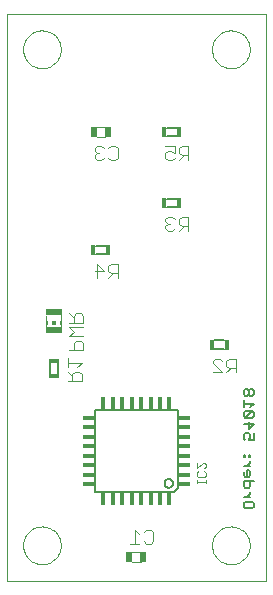
<source format=gbo>
G75*
G70*
%OFA0B0*%
%FSLAX24Y24*%
%IPPOS*%
%LPD*%
%AMOC8*
5,1,8,0,0,1.08239X$1,22.5*
%
%ADD10C,0.0000*%
%ADD11C,0.0060*%
%ADD12C,0.0040*%
%ADD13R,0.0197X0.0374*%
%ADD14R,0.0340X0.0160*%
%ADD15R,0.0180X0.0390*%
%ADD16R,0.0390X0.0180*%
%ADD17C,0.0030*%
%ADD18R,0.0160X0.0340*%
%ADD19R,0.0059X0.0118*%
%ADD20R,0.0118X0.0118*%
%ADD21R,0.0531X0.0236*%
D10*
X000574Y000574D02*
X000574Y019471D01*
X009235Y019471D01*
X009235Y000574D01*
X000574Y000574D01*
X001125Y001755D02*
X001127Y001805D01*
X001133Y001855D01*
X001143Y001904D01*
X001157Y001952D01*
X001174Y001999D01*
X001195Y002044D01*
X001220Y002088D01*
X001248Y002129D01*
X001280Y002168D01*
X001314Y002205D01*
X001351Y002239D01*
X001391Y002269D01*
X001433Y002296D01*
X001477Y002320D01*
X001523Y002341D01*
X001570Y002357D01*
X001618Y002370D01*
X001668Y002379D01*
X001717Y002384D01*
X001768Y002385D01*
X001818Y002382D01*
X001867Y002375D01*
X001916Y002364D01*
X001964Y002349D01*
X002010Y002331D01*
X002055Y002309D01*
X002098Y002283D01*
X002139Y002254D01*
X002178Y002222D01*
X002214Y002187D01*
X002246Y002149D01*
X002276Y002109D01*
X002303Y002066D01*
X002326Y002022D01*
X002345Y001976D01*
X002361Y001928D01*
X002373Y001879D01*
X002381Y001830D01*
X002385Y001780D01*
X002385Y001730D01*
X002381Y001680D01*
X002373Y001631D01*
X002361Y001582D01*
X002345Y001534D01*
X002326Y001488D01*
X002303Y001444D01*
X002276Y001401D01*
X002246Y001361D01*
X002214Y001323D01*
X002178Y001288D01*
X002139Y001256D01*
X002098Y001227D01*
X002055Y001201D01*
X002010Y001179D01*
X001964Y001161D01*
X001916Y001146D01*
X001867Y001135D01*
X001818Y001128D01*
X001768Y001125D01*
X001717Y001126D01*
X001668Y001131D01*
X001618Y001140D01*
X001570Y001153D01*
X001523Y001169D01*
X001477Y001190D01*
X001433Y001214D01*
X001391Y001241D01*
X001351Y001271D01*
X001314Y001305D01*
X001280Y001342D01*
X001248Y001381D01*
X001220Y001422D01*
X001195Y001466D01*
X001174Y001511D01*
X001157Y001558D01*
X001143Y001606D01*
X001133Y001655D01*
X001127Y001705D01*
X001125Y001755D01*
X007424Y001755D02*
X007426Y001805D01*
X007432Y001855D01*
X007442Y001904D01*
X007456Y001952D01*
X007473Y001999D01*
X007494Y002044D01*
X007519Y002088D01*
X007547Y002129D01*
X007579Y002168D01*
X007613Y002205D01*
X007650Y002239D01*
X007690Y002269D01*
X007732Y002296D01*
X007776Y002320D01*
X007822Y002341D01*
X007869Y002357D01*
X007917Y002370D01*
X007967Y002379D01*
X008016Y002384D01*
X008067Y002385D01*
X008117Y002382D01*
X008166Y002375D01*
X008215Y002364D01*
X008263Y002349D01*
X008309Y002331D01*
X008354Y002309D01*
X008397Y002283D01*
X008438Y002254D01*
X008477Y002222D01*
X008513Y002187D01*
X008545Y002149D01*
X008575Y002109D01*
X008602Y002066D01*
X008625Y002022D01*
X008644Y001976D01*
X008660Y001928D01*
X008672Y001879D01*
X008680Y001830D01*
X008684Y001780D01*
X008684Y001730D01*
X008680Y001680D01*
X008672Y001631D01*
X008660Y001582D01*
X008644Y001534D01*
X008625Y001488D01*
X008602Y001444D01*
X008575Y001401D01*
X008545Y001361D01*
X008513Y001323D01*
X008477Y001288D01*
X008438Y001256D01*
X008397Y001227D01*
X008354Y001201D01*
X008309Y001179D01*
X008263Y001161D01*
X008215Y001146D01*
X008166Y001135D01*
X008117Y001128D01*
X008067Y001125D01*
X008016Y001126D01*
X007967Y001131D01*
X007917Y001140D01*
X007869Y001153D01*
X007822Y001169D01*
X007776Y001190D01*
X007732Y001214D01*
X007690Y001241D01*
X007650Y001271D01*
X007613Y001305D01*
X007579Y001342D01*
X007547Y001381D01*
X007519Y001422D01*
X007494Y001466D01*
X007473Y001511D01*
X007456Y001558D01*
X007442Y001606D01*
X007432Y001655D01*
X007426Y001705D01*
X007424Y001755D01*
X007424Y018290D02*
X007426Y018340D01*
X007432Y018390D01*
X007442Y018439D01*
X007456Y018487D01*
X007473Y018534D01*
X007494Y018579D01*
X007519Y018623D01*
X007547Y018664D01*
X007579Y018703D01*
X007613Y018740D01*
X007650Y018774D01*
X007690Y018804D01*
X007732Y018831D01*
X007776Y018855D01*
X007822Y018876D01*
X007869Y018892D01*
X007917Y018905D01*
X007967Y018914D01*
X008016Y018919D01*
X008067Y018920D01*
X008117Y018917D01*
X008166Y018910D01*
X008215Y018899D01*
X008263Y018884D01*
X008309Y018866D01*
X008354Y018844D01*
X008397Y018818D01*
X008438Y018789D01*
X008477Y018757D01*
X008513Y018722D01*
X008545Y018684D01*
X008575Y018644D01*
X008602Y018601D01*
X008625Y018557D01*
X008644Y018511D01*
X008660Y018463D01*
X008672Y018414D01*
X008680Y018365D01*
X008684Y018315D01*
X008684Y018265D01*
X008680Y018215D01*
X008672Y018166D01*
X008660Y018117D01*
X008644Y018069D01*
X008625Y018023D01*
X008602Y017979D01*
X008575Y017936D01*
X008545Y017896D01*
X008513Y017858D01*
X008477Y017823D01*
X008438Y017791D01*
X008397Y017762D01*
X008354Y017736D01*
X008309Y017714D01*
X008263Y017696D01*
X008215Y017681D01*
X008166Y017670D01*
X008117Y017663D01*
X008067Y017660D01*
X008016Y017661D01*
X007967Y017666D01*
X007917Y017675D01*
X007869Y017688D01*
X007822Y017704D01*
X007776Y017725D01*
X007732Y017749D01*
X007690Y017776D01*
X007650Y017806D01*
X007613Y017840D01*
X007579Y017877D01*
X007547Y017916D01*
X007519Y017957D01*
X007494Y018001D01*
X007473Y018046D01*
X007456Y018093D01*
X007442Y018141D01*
X007432Y018190D01*
X007426Y018240D01*
X007424Y018290D01*
X001125Y018290D02*
X001127Y018340D01*
X001133Y018390D01*
X001143Y018439D01*
X001157Y018487D01*
X001174Y018534D01*
X001195Y018579D01*
X001220Y018623D01*
X001248Y018664D01*
X001280Y018703D01*
X001314Y018740D01*
X001351Y018774D01*
X001391Y018804D01*
X001433Y018831D01*
X001477Y018855D01*
X001523Y018876D01*
X001570Y018892D01*
X001618Y018905D01*
X001668Y018914D01*
X001717Y018919D01*
X001768Y018920D01*
X001818Y018917D01*
X001867Y018910D01*
X001916Y018899D01*
X001964Y018884D01*
X002010Y018866D01*
X002055Y018844D01*
X002098Y018818D01*
X002139Y018789D01*
X002178Y018757D01*
X002214Y018722D01*
X002246Y018684D01*
X002276Y018644D01*
X002303Y018601D01*
X002326Y018557D01*
X002345Y018511D01*
X002361Y018463D01*
X002373Y018414D01*
X002381Y018365D01*
X002385Y018315D01*
X002385Y018265D01*
X002381Y018215D01*
X002373Y018166D01*
X002361Y018117D01*
X002345Y018069D01*
X002326Y018023D01*
X002303Y017979D01*
X002276Y017936D01*
X002246Y017896D01*
X002214Y017858D01*
X002178Y017823D01*
X002139Y017791D01*
X002098Y017762D01*
X002055Y017736D01*
X002010Y017714D01*
X001964Y017696D01*
X001916Y017681D01*
X001867Y017670D01*
X001818Y017663D01*
X001768Y017660D01*
X001717Y017661D01*
X001668Y017666D01*
X001618Y017675D01*
X001570Y017688D01*
X001523Y017704D01*
X001477Y017725D01*
X001433Y017749D01*
X001391Y017776D01*
X001351Y017806D01*
X001314Y017840D01*
X001280Y017877D01*
X001248Y017916D01*
X001220Y017957D01*
X001195Y018001D01*
X001174Y018046D01*
X001157Y018093D01*
X001143Y018141D01*
X001133Y018190D01*
X001127Y018240D01*
X001125Y018290D01*
D11*
X003553Y011737D02*
X003893Y011737D01*
X003893Y011457D02*
X003553Y011457D01*
X002289Y007830D02*
X002289Y007490D01*
X002008Y007490D02*
X002008Y007830D01*
X003524Y006284D02*
X003524Y003524D01*
X006145Y003524D01*
X006284Y003664D01*
X006284Y006284D01*
X003524Y006284D01*
X005843Y003824D02*
X005845Y003847D01*
X005851Y003870D01*
X005860Y003891D01*
X005873Y003911D01*
X005889Y003928D01*
X005907Y003942D01*
X005927Y003953D01*
X005949Y003961D01*
X005972Y003965D01*
X005996Y003965D01*
X006019Y003961D01*
X006041Y003953D01*
X006061Y003942D01*
X006079Y003928D01*
X006095Y003911D01*
X006108Y003891D01*
X006117Y003870D01*
X006123Y003847D01*
X006125Y003824D01*
X006123Y003801D01*
X006117Y003778D01*
X006108Y003757D01*
X006095Y003737D01*
X006079Y003720D01*
X006061Y003706D01*
X006041Y003695D01*
X006019Y003687D01*
X005996Y003683D01*
X005972Y003683D01*
X005949Y003687D01*
X005927Y003695D01*
X005907Y003706D01*
X005889Y003720D01*
X005873Y003737D01*
X005860Y003757D01*
X005851Y003778D01*
X005845Y003801D01*
X005843Y003824D01*
X007490Y008308D02*
X007830Y008308D01*
X007830Y008588D02*
X007490Y008588D01*
X008534Y006958D02*
X008478Y006902D01*
X008478Y006788D01*
X008534Y006731D01*
X008591Y006731D01*
X008648Y006788D01*
X008648Y006902D01*
X008591Y006958D01*
X008534Y006958D01*
X008648Y006902D02*
X008705Y006958D01*
X008761Y006958D01*
X008818Y006902D01*
X008818Y006788D01*
X008761Y006731D01*
X008705Y006731D01*
X008648Y006788D01*
X008818Y006477D02*
X008478Y006477D01*
X008478Y006590D02*
X008478Y006363D01*
X008534Y006222D02*
X008478Y006165D01*
X008478Y006052D01*
X008534Y005995D01*
X008761Y006222D01*
X008534Y006222D01*
X008705Y006363D02*
X008818Y006477D01*
X008761Y006222D02*
X008818Y006165D01*
X008818Y006052D01*
X008761Y005995D01*
X008534Y005995D01*
X008648Y005853D02*
X008648Y005627D01*
X008818Y005797D01*
X008478Y005797D01*
X008534Y005485D02*
X008478Y005428D01*
X008478Y005315D01*
X008534Y005258D01*
X008648Y005258D02*
X008705Y005372D01*
X008705Y005428D01*
X008648Y005485D01*
X008534Y005485D01*
X008648Y005258D02*
X008818Y005258D01*
X008818Y005485D01*
X008705Y004762D02*
X008648Y004762D01*
X008648Y004706D01*
X008705Y004706D01*
X008705Y004762D01*
X008534Y004762D02*
X008478Y004762D01*
X008478Y004706D01*
X008534Y004706D01*
X008534Y004762D01*
X008705Y004569D02*
X008705Y004512D01*
X008591Y004399D01*
X008478Y004399D02*
X008705Y004399D01*
X008648Y004257D02*
X008591Y004257D01*
X008591Y004030D01*
X008534Y004030D02*
X008648Y004030D01*
X008705Y004087D01*
X008705Y004201D01*
X008648Y004257D01*
X008478Y004087D02*
X008534Y004030D01*
X008478Y004087D02*
X008478Y004201D01*
X008478Y003889D02*
X008478Y003719D01*
X008534Y003662D01*
X008648Y003662D01*
X008705Y003719D01*
X008705Y003889D01*
X008818Y003889D02*
X008478Y003889D01*
X008705Y003525D02*
X008705Y003469D01*
X008591Y003355D01*
X008478Y003355D02*
X008705Y003355D01*
X008761Y003214D02*
X008818Y003157D01*
X008818Y003044D01*
X008761Y002987D01*
X008534Y002987D01*
X008478Y003044D01*
X008478Y003157D01*
X008534Y003214D01*
X008761Y003214D01*
X006256Y013032D02*
X005915Y013032D01*
X005915Y013312D02*
X006256Y013312D01*
X006256Y015394D02*
X005915Y015394D01*
X005915Y015674D02*
X006256Y015674D01*
D12*
X006177Y015068D02*
X006177Y014838D01*
X006024Y014914D01*
X005947Y014914D01*
X005871Y014838D01*
X005871Y014684D01*
X005947Y014607D01*
X006101Y014607D01*
X006177Y014684D01*
X006331Y014607D02*
X006484Y014761D01*
X006408Y014761D02*
X006638Y014761D01*
X006638Y014607D02*
X006638Y015068D01*
X006408Y015068D01*
X006331Y014991D01*
X006331Y014838D01*
X006408Y014761D01*
X006177Y015068D02*
X005871Y015068D01*
X005947Y012706D02*
X005871Y012629D01*
X005871Y012552D01*
X005947Y012475D01*
X005871Y012399D01*
X005871Y012322D01*
X005947Y012245D01*
X006101Y012245D01*
X006177Y012322D01*
X006024Y012475D02*
X005947Y012475D01*
X005947Y012706D02*
X006101Y012706D01*
X006177Y012629D01*
X006331Y012629D02*
X006331Y012475D01*
X006408Y012399D01*
X006638Y012399D01*
X006484Y012399D02*
X006331Y012245D01*
X006331Y012629D02*
X006408Y012706D01*
X006638Y012706D01*
X006638Y012245D01*
X007522Y007981D02*
X007445Y007905D01*
X007445Y007828D01*
X007752Y007521D01*
X007445Y007521D01*
X007522Y007981D02*
X007676Y007981D01*
X007752Y007905D01*
X007906Y007905D02*
X007906Y007751D01*
X007982Y007674D01*
X008213Y007674D01*
X008213Y007521D02*
X008213Y007981D01*
X007982Y007981D01*
X007906Y007905D01*
X008059Y007674D02*
X007906Y007521D01*
X005380Y002273D02*
X005457Y002196D01*
X005457Y001889D01*
X005380Y001812D01*
X005227Y001812D01*
X005150Y001889D01*
X005150Y002196D02*
X005227Y002273D01*
X005380Y002273D01*
X004996Y002119D02*
X004843Y002273D01*
X004843Y001812D01*
X004996Y001812D02*
X004689Y001812D01*
X004764Y001526D02*
X005045Y001526D01*
X005045Y001191D02*
X004764Y001191D01*
X003076Y007233D02*
X002615Y007233D01*
X002769Y007387D02*
X002615Y007540D01*
X002615Y007694D02*
X002615Y008001D01*
X002615Y007847D02*
X003076Y007847D01*
X002922Y007694D01*
X002846Y007540D02*
X002769Y007464D01*
X002769Y007233D01*
X002846Y007540D02*
X002999Y007540D01*
X003076Y007464D01*
X003076Y007233D01*
X003129Y008263D02*
X002669Y008263D01*
X002822Y008263D02*
X002822Y008493D01*
X002899Y008570D01*
X003052Y008570D01*
X003129Y008493D01*
X003129Y008263D01*
X003129Y008723D02*
X002669Y008723D01*
X002822Y008877D01*
X002669Y009030D01*
X003129Y009030D01*
X003129Y009184D02*
X003129Y009414D01*
X003052Y009491D01*
X002899Y009491D01*
X002822Y009414D01*
X002822Y009184D01*
X002822Y009337D02*
X002669Y009491D01*
X002669Y009184D02*
X003129Y009184D01*
X002395Y009058D02*
X002395Y009422D01*
X001902Y009412D02*
X001902Y009058D01*
X003508Y010901D02*
X003815Y010901D01*
X003585Y011131D01*
X003585Y010670D01*
X003969Y010670D02*
X004122Y010824D01*
X004045Y010824D02*
X004276Y010824D01*
X004276Y010670D02*
X004276Y011131D01*
X004045Y011131D01*
X003969Y011054D01*
X003969Y010901D01*
X004045Y010824D01*
X004045Y014607D02*
X003969Y014684D01*
X004045Y014607D02*
X004199Y014607D01*
X004276Y014684D01*
X004276Y014991D01*
X004199Y015068D01*
X004045Y015068D01*
X003969Y014991D01*
X003815Y014991D02*
X003739Y015068D01*
X003585Y015068D01*
X003508Y014991D01*
X003508Y014914D01*
X003585Y014838D01*
X003508Y014761D01*
X003508Y014684D01*
X003585Y014607D01*
X003739Y014607D01*
X003815Y014684D01*
X003662Y014838D02*
X003585Y014838D01*
X003583Y015364D02*
X003863Y015364D01*
X003863Y015699D02*
X003583Y015699D01*
D13*
X003492Y015532D03*
X003952Y015532D03*
X004673Y001359D03*
X005133Y001359D03*
D14*
X002149Y007410D03*
X002149Y007910D03*
D15*
X003802Y006499D03*
X004117Y006499D03*
X004432Y006499D03*
X004747Y006499D03*
X005062Y006499D03*
X005377Y006499D03*
X005692Y006499D03*
X006007Y006499D03*
X006007Y003309D03*
X005692Y003309D03*
X005377Y003309D03*
X005062Y003309D03*
X004747Y003309D03*
X004432Y003309D03*
X004117Y003309D03*
X003802Y003309D03*
D16*
X003309Y003802D03*
X003309Y004117D03*
X003309Y004432D03*
X003309Y004747D03*
X003309Y005062D03*
X003309Y005377D03*
X003309Y005692D03*
X003309Y006007D03*
X006499Y006007D03*
X006499Y005692D03*
X006499Y005377D03*
X006499Y005062D03*
X006499Y004747D03*
X006499Y004432D03*
X006499Y004117D03*
X006499Y003802D03*
D17*
X006919Y003829D02*
X006919Y003926D01*
X006919Y003878D02*
X007210Y003878D01*
X007210Y003926D02*
X007210Y003829D01*
X007161Y004026D02*
X006968Y004026D01*
X006919Y004074D01*
X006919Y004171D01*
X006968Y004219D01*
X006919Y004320D02*
X006919Y004514D01*
X006919Y004320D02*
X007113Y004514D01*
X007161Y004514D01*
X007210Y004466D01*
X007210Y004369D01*
X007161Y004320D01*
X007161Y004219D02*
X007210Y004171D01*
X007210Y004074D01*
X007161Y004026D01*
D18*
X007410Y008448D03*
X007910Y008448D03*
X006336Y013172D03*
X005836Y013172D03*
X005836Y015534D03*
X006336Y015534D03*
X003973Y011597D03*
X003473Y011597D03*
D19*
X002385Y009176D03*
X001912Y009176D03*
D20*
X002149Y009176D03*
D21*
X002149Y008940D03*
X002149Y009530D03*
M02*

</source>
